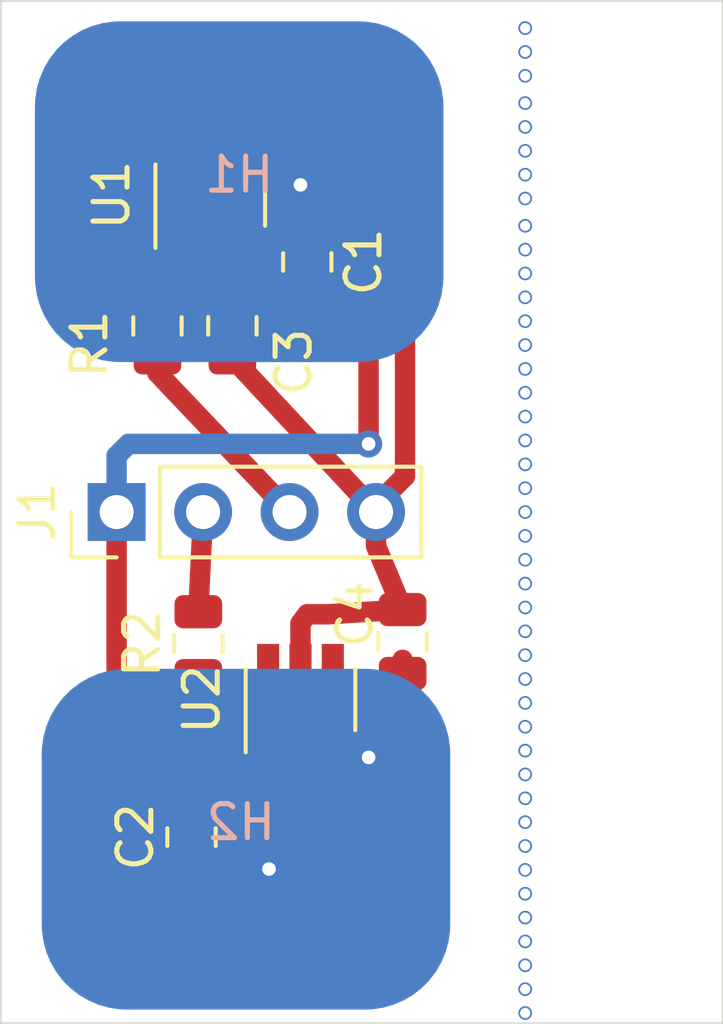
<source format=kicad_pcb>
(kicad_pcb (version 20171130) (host pcbnew 5.1.5+dfsg1-2build2)

  (general
    (thickness 1.6)
    (drawings 4)
    (tracks 95)
    (zones 0)
    (modules 11)
    (nets 13)
  )

  (page A4)
  (layers
    (0 F.Cu signal)
    (31 B.Cu signal)
    (32 B.Adhes user)
    (33 F.Adhes user)
    (34 B.Paste user)
    (35 F.Paste user)
    (36 B.SilkS user)
    (37 F.SilkS user)
    (38 B.Mask user)
    (39 F.Mask user)
    (40 Dwgs.User user)
    (41 Cmts.User user)
    (42 Eco1.User user)
    (43 Eco2.User user)
    (44 Edge.Cuts user)
    (45 Margin user)
    (46 B.CrtYd user)
    (47 F.CrtYd user)
    (48 B.Fab user)
    (49 F.Fab user hide)
  )

  (setup
    (last_trace_width 0.25)
    (user_trace_width 0.6)
    (trace_clearance 0.2)
    (zone_clearance 0.508)
    (zone_45_only no)
    (trace_min 0.2)
    (via_size 0.8)
    (via_drill 0.4)
    (via_min_size 0.4)
    (via_min_drill 0.3)
    (user_via 0.4 0.3)
    (uvia_size 0.3)
    (uvia_drill 0.1)
    (uvias_allowed no)
    (uvia_min_size 0.2)
    (uvia_min_drill 0.1)
    (edge_width 0.05)
    (segment_width 0.2)
    (pcb_text_width 0.3)
    (pcb_text_size 1.5 1.5)
    (mod_edge_width 0.12)
    (mod_text_size 1 1)
    (mod_text_width 0.15)
    (pad_size 12 10)
    (pad_drill 0)
    (pad_to_mask_clearance 0.051)
    (solder_mask_min_width 0.25)
    (aux_axis_origin 0 0)
    (visible_elements FFFFFF7F)
    (pcbplotparams
      (layerselection 0x010fc_ffffffff)
      (usegerberextensions false)
      (usegerberattributes false)
      (usegerberadvancedattributes false)
      (creategerberjobfile false)
      (excludeedgelayer true)
      (linewidth 0.100000)
      (plotframeref false)
      (viasonmask false)
      (mode 1)
      (useauxorigin false)
      (hpglpennumber 1)
      (hpglpenspeed 20)
      (hpglpendiameter 15.000000)
      (psnegative false)
      (psa4output false)
      (plotreference true)
      (plotvalue true)
      (plotinvisibletext false)
      (padsonsilk false)
      (subtractmaskfromsilk false)
      (outputformat 1)
      (mirror false)
      (drillshape 0)
      (scaleselection 1)
      (outputdirectory "gerber"))
  )

  (net 0 "")
  (net 1 GND)
  (net 2 "Net-(C1-Pad1)")
  (net 3 "Net-(C2-Pad1)")
  (net 4 VCC)
  (net 5 "Net-(J1-Pad2)")
  (net 6 "Net-(J1-Pad3)")
  (net 7 "Net-(R1-Pad1)")
  (net 8 "Net-(R2-Pad1)")
  (net 9 "Net-(U1-Pad4)")
  (net 10 "Net-(U1-Pad6)")
  (net 11 "Net-(U2-Pad6)")
  (net 12 "Net-(U2-Pad4)")

  (net_class Default "This is the default net class."
    (clearance 0.2)
    (trace_width 0.25)
    (via_dia 0.8)
    (via_drill 0.4)
    (uvia_dia 0.3)
    (uvia_drill 0.1)
    (add_net GND)
    (add_net "Net-(C1-Pad1)")
    (add_net "Net-(C2-Pad1)")
    (add_net "Net-(J1-Pad2)")
    (add_net "Net-(J1-Pad3)")
    (add_net "Net-(R1-Pad1)")
    (add_net "Net-(R2-Pad1)")
    (add_net "Net-(U1-Pad4)")
    (add_net "Net-(U1-Pad6)")
    (add_net "Net-(U2-Pad4)")
    (add_net "Net-(U2-Pad6)")
    (add_net VCC)
  )

  (module touch_sensors:touchpad (layer B.Cu) (tedit 60AE7B5C) (tstamp 5FEC9DA8)
    (at 101.8 28)
    (path /5FEC8D5A)
    (fp_text reference H1 (at 0 -0.5) (layer B.SilkS)
      (effects (font (size 1 1) (thickness 0.15)) (justify mirror))
    )
    (fp_text value MENU (at 0 0.5) (layer B.Fab)
      (effects (font (size 1 1) (thickness 0.15)) (justify mirror))
    )
    (pad 1 smd roundrect (at 0 0) (size 12 10) (layers B.Cu) (roundrect_rratio 0.25)
      (net 2 "Net-(C1-Pad1)"))
  )

  (module touch_sensors:touchpad (layer B.Cu) (tedit 60AE7BCA) (tstamp 5FEC9942)
    (at 101.85 47)
    (path /5FEC6A83)
    (fp_text reference H2 (at 0 -0.5) (layer B.SilkS)
      (effects (font (size 1 1) (thickness 0.15)) (justify mirror))
    )
    (fp_text value SELECT (at 0 0.5) (layer B.Fab)
      (effects (font (size 1 1) (thickness 0.15)) (justify mirror))
    )
    (pad 1 smd roundrect (at 0.15 0) (size 12 10) (layers B.Cu) (roundrect_rratio 0.25)
      (net 3 "Net-(C2-Pad1)"))
  )

  (module Capacitor_SMD:C_0805_2012Metric (layer F.Cu) (tedit 5B36C52B) (tstamp 5FEC9905)
    (at 103.8 30.0625 270)
    (descr "Capacitor SMD 0805 (2012 Metric), square (rectangular) end terminal, IPC_7351 nominal, (Body size source: https://docs.google.com/spreadsheets/d/1BsfQQcO9C6DZCsRaXUlFlo91Tg2WpOkGARC1WS5S8t0/edit?usp=sharing), generated with kicad-footprint-generator")
    (tags capacitor)
    (path /5FEC4F81)
    (attr smd)
    (fp_text reference C1 (at 0 -1.65 90) (layer F.SilkS)
      (effects (font (size 1 1) (thickness 0.15)))
    )
    (fp_text value 11pF (at 0 1.65 90) (layer F.Fab)
      (effects (font (size 1 1) (thickness 0.15)))
    )
    (fp_text user %R (at 0 0 90) (layer F.Fab)
      (effects (font (size 0.5 0.5) (thickness 0.08)))
    )
    (fp_line (start 1.68 0.95) (end -1.68 0.95) (layer F.CrtYd) (width 0.05))
    (fp_line (start 1.68 -0.95) (end 1.68 0.95) (layer F.CrtYd) (width 0.05))
    (fp_line (start -1.68 -0.95) (end 1.68 -0.95) (layer F.CrtYd) (width 0.05))
    (fp_line (start -1.68 0.95) (end -1.68 -0.95) (layer F.CrtYd) (width 0.05))
    (fp_line (start -0.258578 0.71) (end 0.258578 0.71) (layer F.SilkS) (width 0.12))
    (fp_line (start -0.258578 -0.71) (end 0.258578 -0.71) (layer F.SilkS) (width 0.12))
    (fp_line (start 1 0.6) (end -1 0.6) (layer F.Fab) (width 0.1))
    (fp_line (start 1 -0.6) (end 1 0.6) (layer F.Fab) (width 0.1))
    (fp_line (start -1 -0.6) (end 1 -0.6) (layer F.Fab) (width 0.1))
    (fp_line (start -1 0.6) (end -1 -0.6) (layer F.Fab) (width 0.1))
    (pad 2 smd roundrect (at 0.9375 0 270) (size 0.975 1.4) (layers F.Cu F.Paste F.Mask) (roundrect_rratio 0.25)
      (net 1 GND))
    (pad 1 smd roundrect (at -0.9375 0 270) (size 0.975 1.4) (layers F.Cu F.Paste F.Mask) (roundrect_rratio 0.25)
      (net 2 "Net-(C1-Pad1)"))
    (model ${KISYS3DMOD}/Capacitor_SMD.3dshapes/C_0805_2012Metric.wrl
      (at (xyz 0 0 0))
      (scale (xyz 1 1 1))
      (rotate (xyz 0 0 0))
    )
  )

  (module Capacitor_SMD:C_0805_2012Metric (layer F.Cu) (tedit 5B36C52B) (tstamp 5FEC9916)
    (at 100.4 46.9375 90)
    (descr "Capacitor SMD 0805 (2012 Metric), square (rectangular) end terminal, IPC_7351 nominal, (Body size source: https://docs.google.com/spreadsheets/d/1BsfQQcO9C6DZCsRaXUlFlo91Tg2WpOkGARC1WS5S8t0/edit?usp=sharing), generated with kicad-footprint-generator")
    (tags capacitor)
    (path /5FEC4A08)
    (attr smd)
    (fp_text reference C2 (at 0 -1.65 90) (layer F.SilkS)
      (effects (font (size 1 1) (thickness 0.15)))
    )
    (fp_text value 11pF (at 0 1.65 90) (layer F.Fab)
      (effects (font (size 1 1) (thickness 0.15)))
    )
    (fp_line (start -1 0.6) (end -1 -0.6) (layer F.Fab) (width 0.1))
    (fp_line (start -1 -0.6) (end 1 -0.6) (layer F.Fab) (width 0.1))
    (fp_line (start 1 -0.6) (end 1 0.6) (layer F.Fab) (width 0.1))
    (fp_line (start 1 0.6) (end -1 0.6) (layer F.Fab) (width 0.1))
    (fp_line (start -0.258578 -0.71) (end 0.258578 -0.71) (layer F.SilkS) (width 0.12))
    (fp_line (start -0.258578 0.71) (end 0.258578 0.71) (layer F.SilkS) (width 0.12))
    (fp_line (start -1.68 0.95) (end -1.68 -0.95) (layer F.CrtYd) (width 0.05))
    (fp_line (start -1.68 -0.95) (end 1.68 -0.95) (layer F.CrtYd) (width 0.05))
    (fp_line (start 1.68 -0.95) (end 1.68 0.95) (layer F.CrtYd) (width 0.05))
    (fp_line (start 1.68 0.95) (end -1.68 0.95) (layer F.CrtYd) (width 0.05))
    (fp_text user %R (at 0 0 90) (layer F.Fab)
      (effects (font (size 0.5 0.5) (thickness 0.08)))
    )
    (pad 1 smd roundrect (at -0.9375 0 90) (size 0.975 1.4) (layers F.Cu F.Paste F.Mask) (roundrect_rratio 0.25)
      (net 3 "Net-(C2-Pad1)"))
    (pad 2 smd roundrect (at 0.9375 0 90) (size 0.975 1.4) (layers F.Cu F.Paste F.Mask) (roundrect_rratio 0.25)
      (net 1 GND))
    (model ${KISYS3DMOD}/Capacitor_SMD.3dshapes/C_0805_2012Metric.wrl
      (at (xyz 0 0 0))
      (scale (xyz 1 1 1))
      (rotate (xyz 0 0 0))
    )
  )

  (module Capacitor_SMD:C_0805_2012Metric (layer F.Cu) (tedit 5B36C52B) (tstamp 5FEC9927)
    (at 101.6 31.9375 90)
    (descr "Capacitor SMD 0805 (2012 Metric), square (rectangular) end terminal, IPC_7351 nominal, (Body size source: https://docs.google.com/spreadsheets/d/1BsfQQcO9C6DZCsRaXUlFlo91Tg2WpOkGARC1WS5S8t0/edit?usp=sharing), generated with kicad-footprint-generator")
    (tags capacitor)
    (path /5FEC6705)
    (attr smd)
    (fp_text reference C3 (at -1.0625 1.8 90) (layer F.SilkS)
      (effects (font (size 1 1) (thickness 0.15)))
    )
    (fp_text value .1uF (at 0 1.65 90) (layer F.Fab)
      (effects (font (size 1 1) (thickness 0.15)))
    )
    (fp_line (start -1 0.6) (end -1 -0.6) (layer F.Fab) (width 0.1))
    (fp_line (start -1 -0.6) (end 1 -0.6) (layer F.Fab) (width 0.1))
    (fp_line (start 1 -0.6) (end 1 0.6) (layer F.Fab) (width 0.1))
    (fp_line (start 1 0.6) (end -1 0.6) (layer F.Fab) (width 0.1))
    (fp_line (start -0.258578 -0.71) (end 0.258578 -0.71) (layer F.SilkS) (width 0.12))
    (fp_line (start -0.258578 0.71) (end 0.258578 0.71) (layer F.SilkS) (width 0.12))
    (fp_line (start -1.68 0.95) (end -1.68 -0.95) (layer F.CrtYd) (width 0.05))
    (fp_line (start -1.68 -0.95) (end 1.68 -0.95) (layer F.CrtYd) (width 0.05))
    (fp_line (start 1.68 -0.95) (end 1.68 0.95) (layer F.CrtYd) (width 0.05))
    (fp_line (start 1.68 0.95) (end -1.68 0.95) (layer F.CrtYd) (width 0.05))
    (fp_text user %R (at 0 0 90) (layer F.Fab)
      (effects (font (size 0.5 0.5) (thickness 0.08)))
    )
    (pad 1 smd roundrect (at -0.9375 0 90) (size 0.975 1.4) (layers F.Cu F.Paste F.Mask) (roundrect_rratio 0.25)
      (net 4 VCC))
    (pad 2 smd roundrect (at 0.9375 0 90) (size 0.975 1.4) (layers F.Cu F.Paste F.Mask) (roundrect_rratio 0.25)
      (net 1 GND))
    (model ${KISYS3DMOD}/Capacitor_SMD.3dshapes/C_0805_2012Metric.wrl
      (at (xyz 0 0 0))
      (scale (xyz 1 1 1))
      (rotate (xyz 0 0 0))
    )
  )

  (module Capacitor_SMD:C_0805_2012Metric (layer F.Cu) (tedit 5B36C52B) (tstamp 5FEC9938)
    (at 106.6 41.2 270)
    (descr "Capacitor SMD 0805 (2012 Metric), square (rectangular) end terminal, IPC_7351 nominal, (Body size source: https://docs.google.com/spreadsheets/d/1BsfQQcO9C6DZCsRaXUlFlo91Tg2WpOkGARC1WS5S8t0/edit?usp=sharing), generated with kicad-footprint-generator")
    (tags capacitor)
    (path /5FEC75DB)
    (attr smd)
    (fp_text reference C4 (at -0.8 1.4 90) (layer F.SilkS)
      (effects (font (size 1 1) (thickness 0.15)))
    )
    (fp_text value .1uF (at 0 1.65 90) (layer F.Fab)
      (effects (font (size 1 1) (thickness 0.15)))
    )
    (fp_text user %R (at 0 0 90) (layer F.Fab)
      (effects (font (size 0.5 0.5) (thickness 0.08)))
    )
    (fp_line (start 1.68 0.95) (end -1.68 0.95) (layer F.CrtYd) (width 0.05))
    (fp_line (start 1.68 -0.95) (end 1.68 0.95) (layer F.CrtYd) (width 0.05))
    (fp_line (start -1.68 -0.95) (end 1.68 -0.95) (layer F.CrtYd) (width 0.05))
    (fp_line (start -1.68 0.95) (end -1.68 -0.95) (layer F.CrtYd) (width 0.05))
    (fp_line (start -0.258578 0.71) (end 0.258578 0.71) (layer F.SilkS) (width 0.12))
    (fp_line (start -0.258578 -0.71) (end 0.258578 -0.71) (layer F.SilkS) (width 0.12))
    (fp_line (start 1 0.6) (end -1 0.6) (layer F.Fab) (width 0.1))
    (fp_line (start 1 -0.6) (end 1 0.6) (layer F.Fab) (width 0.1))
    (fp_line (start -1 -0.6) (end 1 -0.6) (layer F.Fab) (width 0.1))
    (fp_line (start -1 0.6) (end -1 -0.6) (layer F.Fab) (width 0.1))
    (pad 2 smd roundrect (at 0.9375 0 270) (size 0.975 1.4) (layers F.Cu F.Paste F.Mask) (roundrect_rratio 0.25)
      (net 1 GND))
    (pad 1 smd roundrect (at -0.9375 0 270) (size 0.975 1.4) (layers F.Cu F.Paste F.Mask) (roundrect_rratio 0.25)
      (net 4 VCC))
    (model ${KISYS3DMOD}/Capacitor_SMD.3dshapes/C_0805_2012Metric.wrl
      (at (xyz 0 0 0))
      (scale (xyz 1 1 1))
      (rotate (xyz 0 0 0))
    )
  )

  (module Connector_PinHeader_2.54mm:PinHeader_1x04_P2.54mm_Vertical (layer F.Cu) (tedit 59FED5CC) (tstamp 5FEC995A)
    (at 98.2 37.4 90)
    (descr "Through hole straight pin header, 1x04, 2.54mm pitch, single row")
    (tags "Through hole pin header THT 1x04 2.54mm single row")
    (path /5FEC42FA)
    (fp_text reference J1 (at 0 -2.33 90) (layer F.SilkS)
      (effects (font (size 1 1) (thickness 0.15)))
    )
    (fp_text value Conn_01x04 (at 0 9.95 90) (layer F.Fab)
      (effects (font (size 1 1) (thickness 0.15)))
    )
    (fp_line (start -0.635 -1.27) (end 1.27 -1.27) (layer F.Fab) (width 0.1))
    (fp_line (start 1.27 -1.27) (end 1.27 8.89) (layer F.Fab) (width 0.1))
    (fp_line (start 1.27 8.89) (end -1.27 8.89) (layer F.Fab) (width 0.1))
    (fp_line (start -1.27 8.89) (end -1.27 -0.635) (layer F.Fab) (width 0.1))
    (fp_line (start -1.27 -0.635) (end -0.635 -1.27) (layer F.Fab) (width 0.1))
    (fp_line (start -1.33 8.95) (end 1.33 8.95) (layer F.SilkS) (width 0.12))
    (fp_line (start -1.33 1.27) (end -1.33 8.95) (layer F.SilkS) (width 0.12))
    (fp_line (start 1.33 1.27) (end 1.33 8.95) (layer F.SilkS) (width 0.12))
    (fp_line (start -1.33 1.27) (end 1.33 1.27) (layer F.SilkS) (width 0.12))
    (fp_line (start -1.33 0) (end -1.33 -1.33) (layer F.SilkS) (width 0.12))
    (fp_line (start -1.33 -1.33) (end 0 -1.33) (layer F.SilkS) (width 0.12))
    (fp_line (start -1.8 -1.8) (end -1.8 9.4) (layer F.CrtYd) (width 0.05))
    (fp_line (start -1.8 9.4) (end 1.8 9.4) (layer F.CrtYd) (width 0.05))
    (fp_line (start 1.8 9.4) (end 1.8 -1.8) (layer F.CrtYd) (width 0.05))
    (fp_line (start 1.8 -1.8) (end -1.8 -1.8) (layer F.CrtYd) (width 0.05))
    (fp_text user %R (at 0 3.81) (layer F.Fab)
      (effects (font (size 1 1) (thickness 0.15)))
    )
    (pad 1 thru_hole rect (at 0 0 90) (size 1.7 1.7) (drill 1) (layers *.Cu *.Mask)
      (net 1 GND))
    (pad 2 thru_hole oval (at 0 2.54 90) (size 1.7 1.7) (drill 1) (layers *.Cu *.Mask)
      (net 5 "Net-(J1-Pad2)"))
    (pad 3 thru_hole oval (at 0 5.08 90) (size 1.7 1.7) (drill 1) (layers *.Cu *.Mask)
      (net 6 "Net-(J1-Pad3)"))
    (pad 4 thru_hole oval (at 0 7.62 90) (size 1.7 1.7) (drill 1) (layers *.Cu *.Mask)
      (net 4 VCC))
    (model ${KISYS3DMOD}/Connector_PinHeader_2.54mm.3dshapes/PinHeader_1x04_P2.54mm_Vertical.wrl
      (at (xyz 0 0 0))
      (scale (xyz 1 1 1))
      (rotate (xyz 0 0 0))
    )
  )

  (module Resistor_SMD:R_0805_2012Metric (layer F.Cu) (tedit 5B36C52B) (tstamp 5FEC996B)
    (at 99.4 31.9375 270)
    (descr "Resistor SMD 0805 (2012 Metric), square (rectangular) end terminal, IPC_7351 nominal, (Body size source: https://docs.google.com/spreadsheets/d/1BsfQQcO9C6DZCsRaXUlFlo91Tg2WpOkGARC1WS5S8t0/edit?usp=sharing), generated with kicad-footprint-generator")
    (tags resistor)
    (path /5FEC7E3D)
    (attr smd)
    (fp_text reference R1 (at 0.5375 2 90) (layer F.SilkS)
      (effects (font (size 1 1) (thickness 0.15)))
    )
    (fp_text value 2k (at 0 1.65 90) (layer F.Fab)
      (effects (font (size 1 1) (thickness 0.15)))
    )
    (fp_line (start -1 0.6) (end -1 -0.6) (layer F.Fab) (width 0.1))
    (fp_line (start -1 -0.6) (end 1 -0.6) (layer F.Fab) (width 0.1))
    (fp_line (start 1 -0.6) (end 1 0.6) (layer F.Fab) (width 0.1))
    (fp_line (start 1 0.6) (end -1 0.6) (layer F.Fab) (width 0.1))
    (fp_line (start -0.258578 -0.71) (end 0.258578 -0.71) (layer F.SilkS) (width 0.12))
    (fp_line (start -0.258578 0.71) (end 0.258578 0.71) (layer F.SilkS) (width 0.12))
    (fp_line (start -1.68 0.95) (end -1.68 -0.95) (layer F.CrtYd) (width 0.05))
    (fp_line (start -1.68 -0.95) (end 1.68 -0.95) (layer F.CrtYd) (width 0.05))
    (fp_line (start 1.68 -0.95) (end 1.68 0.95) (layer F.CrtYd) (width 0.05))
    (fp_line (start 1.68 0.95) (end -1.68 0.95) (layer F.CrtYd) (width 0.05))
    (fp_text user %R (at 0 0 90) (layer F.Fab)
      (effects (font (size 0.5 0.5) (thickness 0.08)))
    )
    (pad 1 smd roundrect (at -0.9375 0 270) (size 0.975 1.4) (layers F.Cu F.Paste F.Mask) (roundrect_rratio 0.25)
      (net 7 "Net-(R1-Pad1)"))
    (pad 2 smd roundrect (at 0.9375 0 270) (size 0.975 1.4) (layers F.Cu F.Paste F.Mask) (roundrect_rratio 0.25)
      (net 6 "Net-(J1-Pad3)"))
    (model ${KISYS3DMOD}/Resistor_SMD.3dshapes/R_0805_2012Metric.wrl
      (at (xyz 0 0 0))
      (scale (xyz 1 1 1))
      (rotate (xyz 0 0 0))
    )
  )

  (module Resistor_SMD:R_0805_2012Metric (layer F.Cu) (tedit 5B36C52B) (tstamp 5FEC997C)
    (at 100.6 41.2625 90)
    (descr "Resistor SMD 0805 (2012 Metric), square (rectangular) end terminal, IPC_7351 nominal, (Body size source: https://docs.google.com/spreadsheets/d/1BsfQQcO9C6DZCsRaXUlFlo91Tg2WpOkGARC1WS5S8t0/edit?usp=sharing), generated with kicad-footprint-generator")
    (tags resistor)
    (path /5FEC90A8)
    (attr smd)
    (fp_text reference R2 (at 0 -1.65 90) (layer F.SilkS)
      (effects (font (size 1 1) (thickness 0.15)))
    )
    (fp_text value 2k (at 0 1.65 90) (layer F.Fab)
      (effects (font (size 1 1) (thickness 0.15)))
    )
    (fp_text user %R (at 0 0 90) (layer F.Fab)
      (effects (font (size 0.5 0.5) (thickness 0.08)))
    )
    (fp_line (start 1.68 0.95) (end -1.68 0.95) (layer F.CrtYd) (width 0.05))
    (fp_line (start 1.68 -0.95) (end 1.68 0.95) (layer F.CrtYd) (width 0.05))
    (fp_line (start -1.68 -0.95) (end 1.68 -0.95) (layer F.CrtYd) (width 0.05))
    (fp_line (start -1.68 0.95) (end -1.68 -0.95) (layer F.CrtYd) (width 0.05))
    (fp_line (start -0.258578 0.71) (end 0.258578 0.71) (layer F.SilkS) (width 0.12))
    (fp_line (start -0.258578 -0.71) (end 0.258578 -0.71) (layer F.SilkS) (width 0.12))
    (fp_line (start 1 0.6) (end -1 0.6) (layer F.Fab) (width 0.1))
    (fp_line (start 1 -0.6) (end 1 0.6) (layer F.Fab) (width 0.1))
    (fp_line (start -1 -0.6) (end 1 -0.6) (layer F.Fab) (width 0.1))
    (fp_line (start -1 0.6) (end -1 -0.6) (layer F.Fab) (width 0.1))
    (pad 2 smd roundrect (at 0.9375 0 90) (size 0.975 1.4) (layers F.Cu F.Paste F.Mask) (roundrect_rratio 0.25)
      (net 5 "Net-(J1-Pad2)"))
    (pad 1 smd roundrect (at -0.9375 0 90) (size 0.975 1.4) (layers F.Cu F.Paste F.Mask) (roundrect_rratio 0.25)
      (net 8 "Net-(R2-Pad1)"))
    (model ${KISYS3DMOD}/Resistor_SMD.3dshapes/R_0805_2012Metric.wrl
      (at (xyz 0 0 0))
      (scale (xyz 1 1 1))
      (rotate (xyz 0 0 0))
    )
  )

  (module Package_TO_SOT_SMD:SOT-23-6 (layer F.Cu) (tedit 5A02FF57) (tstamp 5FEC9992)
    (at 100.95 28.1 90)
    (descr "6-pin SOT-23 package")
    (tags SOT-23-6)
    (path /5FEC3B6F)
    (attr smd)
    (fp_text reference U1 (at 0 -2.9 90) (layer F.SilkS)
      (effects (font (size 1 1) (thickness 0.15)))
    )
    (fp_text value TTP223 (at 0 2.9 90) (layer F.Fab)
      (effects (font (size 1 1) (thickness 0.15)))
    )
    (fp_text user %R (at 0 0) (layer F.Fab)
      (effects (font (size 0.5 0.5) (thickness 0.075)))
    )
    (fp_line (start -0.9 1.61) (end 0.9 1.61) (layer F.SilkS) (width 0.12))
    (fp_line (start 0.9 -1.61) (end -1.55 -1.61) (layer F.SilkS) (width 0.12))
    (fp_line (start 1.9 -1.8) (end -1.9 -1.8) (layer F.CrtYd) (width 0.05))
    (fp_line (start 1.9 1.8) (end 1.9 -1.8) (layer F.CrtYd) (width 0.05))
    (fp_line (start -1.9 1.8) (end 1.9 1.8) (layer F.CrtYd) (width 0.05))
    (fp_line (start -1.9 -1.8) (end -1.9 1.8) (layer F.CrtYd) (width 0.05))
    (fp_line (start -0.9 -0.9) (end -0.25 -1.55) (layer F.Fab) (width 0.1))
    (fp_line (start 0.9 -1.55) (end -0.25 -1.55) (layer F.Fab) (width 0.1))
    (fp_line (start -0.9 -0.9) (end -0.9 1.55) (layer F.Fab) (width 0.1))
    (fp_line (start 0.9 1.55) (end -0.9 1.55) (layer F.Fab) (width 0.1))
    (fp_line (start 0.9 -1.55) (end 0.9 1.55) (layer F.Fab) (width 0.1))
    (pad 1 smd rect (at -1.1 -0.95 90) (size 1.06 0.65) (layers F.Cu F.Paste F.Mask)
      (net 7 "Net-(R1-Pad1)"))
    (pad 2 smd rect (at -1.1 0 90) (size 1.06 0.65) (layers F.Cu F.Paste F.Mask)
      (net 1 GND))
    (pad 3 smd rect (at -1.1 0.95 90) (size 1.06 0.65) (layers F.Cu F.Paste F.Mask)
      (net 2 "Net-(C1-Pad1)"))
    (pad 4 smd rect (at 1.1 0.95 90) (size 1.06 0.65) (layers F.Cu F.Paste F.Mask)
      (net 9 "Net-(U1-Pad4)"))
    (pad 6 smd rect (at 1.1 -0.95 90) (size 1.06 0.65) (layers F.Cu F.Paste F.Mask)
      (net 10 "Net-(U1-Pad6)"))
    (pad 5 smd rect (at 1.1 0 90) (size 1.06 0.65) (layers F.Cu F.Paste F.Mask)
      (net 4 VCC))
    (model ${KISYS3DMOD}/Package_TO_SOT_SMD.3dshapes/SOT-23-6.wrl
      (at (xyz 0 0 0))
      (scale (xyz 1 1 1))
      (rotate (xyz 0 0 0))
    )
  )

  (module Package_TO_SOT_SMD:SOT-23-6 (layer F.Cu) (tedit 5A02FF57) (tstamp 5FEC99A8)
    (at 103.6 42.9 90)
    (descr "6-pin SOT-23 package")
    (tags SOT-23-6)
    (path /5FEC3EF9)
    (attr smd)
    (fp_text reference U2 (at 0 -2.9 90) (layer F.SilkS)
      (effects (font (size 1 1) (thickness 0.15)))
    )
    (fp_text value TTP223 (at 0 2.9 90) (layer F.Fab)
      (effects (font (size 1 1) (thickness 0.15)))
    )
    (fp_line (start 0.9 -1.55) (end 0.9 1.55) (layer F.Fab) (width 0.1))
    (fp_line (start 0.9 1.55) (end -0.9 1.55) (layer F.Fab) (width 0.1))
    (fp_line (start -0.9 -0.9) (end -0.9 1.55) (layer F.Fab) (width 0.1))
    (fp_line (start 0.9 -1.55) (end -0.25 -1.55) (layer F.Fab) (width 0.1))
    (fp_line (start -0.9 -0.9) (end -0.25 -1.55) (layer F.Fab) (width 0.1))
    (fp_line (start -1.9 -1.8) (end -1.9 1.8) (layer F.CrtYd) (width 0.05))
    (fp_line (start -1.9 1.8) (end 1.9 1.8) (layer F.CrtYd) (width 0.05))
    (fp_line (start 1.9 1.8) (end 1.9 -1.8) (layer F.CrtYd) (width 0.05))
    (fp_line (start 1.9 -1.8) (end -1.9 -1.8) (layer F.CrtYd) (width 0.05))
    (fp_line (start 0.9 -1.61) (end -1.55 -1.61) (layer F.SilkS) (width 0.12))
    (fp_line (start -0.9 1.61) (end 0.9 1.61) (layer F.SilkS) (width 0.12))
    (fp_text user %R (at 0 0) (layer F.Fab)
      (effects (font (size 0.5 0.5) (thickness 0.075)))
    )
    (pad 5 smd rect (at 1.1 0 90) (size 1.06 0.65) (layers F.Cu F.Paste F.Mask)
      (net 4 VCC))
    (pad 6 smd rect (at 1.1 -0.95 90) (size 1.06 0.65) (layers F.Cu F.Paste F.Mask)
      (net 11 "Net-(U2-Pad6)"))
    (pad 4 smd rect (at 1.1 0.95 90) (size 1.06 0.65) (layers F.Cu F.Paste F.Mask)
      (net 12 "Net-(U2-Pad4)"))
    (pad 3 smd rect (at -1.1 0.95 90) (size 1.06 0.65) (layers F.Cu F.Paste F.Mask)
      (net 3 "Net-(C2-Pad1)"))
    (pad 2 smd rect (at -1.1 0 90) (size 1.06 0.65) (layers F.Cu F.Paste F.Mask)
      (net 1 GND))
    (pad 1 smd rect (at -1.1 -0.95 90) (size 1.06 0.65) (layers F.Cu F.Paste F.Mask)
      (net 8 "Net-(R2-Pad1)"))
    (model ${KISYS3DMOD}/Package_TO_SOT_SMD.3dshapes/SOT-23-6.wrl
      (at (xyz 0 0 0))
      (scale (xyz 1 1 1))
      (rotate (xyz 0 0 0))
    )
  )

  (gr_line (start 94.8 52.4) (end 94.8 22.4) (layer Edge.Cuts) (width 0.05) (tstamp 5FECAB0A))
  (gr_line (start 116 52.4) (end 94.8 52.4) (layer Edge.Cuts) (width 0.05))
  (gr_line (start 116 22.4) (end 116 52.4) (layer Edge.Cuts) (width 0.05))
  (gr_line (start 94.8 22.4) (end 116 22.4) (layer Edge.Cuts) (width 0.05))

  (via (at 110.2 49.3) (size 0.4) (drill 0.3) (layers F.Cu B.Cu) (net 0))
  (via (at 110.2 48.6) (size 0.4) (drill 0.3) (layers F.Cu B.Cu) (net 0))
  (via (at 110.2 47.9) (size 0.4) (drill 0.3) (layers F.Cu B.Cu) (net 0))
  (via (at 110.2 47.2) (size 0.4) (drill 0.3) (layers F.Cu B.Cu) (net 0))
  (via (at 110.2 46.5) (size 0.4) (drill 0.3) (layers F.Cu B.Cu) (net 0))
  (via (at 110.2 45.8) (size 0.4) (drill 0.3) (layers F.Cu B.Cu) (net 0))
  (via (at 110.2 45.1) (size 0.4) (drill 0.3) (layers F.Cu B.Cu) (net 0) (tstamp 605E3574))
  (via (at 110.2 44.4) (size 0.4) (drill 0.3) (layers F.Cu B.Cu) (net 0))
  (via (at 110.2 43.7) (size 0.4) (drill 0.3) (layers F.Cu B.Cu) (net 0))
  (via (at 110.2 43) (size 0.4) (drill 0.3) (layers F.Cu B.Cu) (net 0))
  (via (at 110.2 42.3) (size 0.4) (drill 0.3) (layers F.Cu B.Cu) (net 0) (tstamp 605E3586))
  (via (at 110.2 38.1) (size 0.4) (drill 0.3) (layers F.Cu B.Cu) (net 0) (tstamp 605E3587))
  (via (at 110.2 37.4) (size 0.4) (drill 0.3) (layers F.Cu B.Cu) (net 0) (tstamp 605E3588))
  (via (at 110.2 36.7) (size 0.4) (drill 0.3) (layers F.Cu B.Cu) (net 0) (tstamp 605E3589))
  (via (at 110.2 36) (size 0.4) (drill 0.3) (layers F.Cu B.Cu) (net 0) (tstamp 605E358A))
  (via (at 110.2 41.6) (size 0.4) (drill 0.3) (layers F.Cu B.Cu) (net 0) (tstamp 605E358B))
  (via (at 110.2 40.9) (size 0.4) (drill 0.3) (layers F.Cu B.Cu) (net 0) (tstamp 605E358C))
  (via (at 110.2 40.2) (size 0.4) (drill 0.3) (layers F.Cu B.Cu) (net 0) (tstamp 605E358D))
  (via (at 110.2 39.5) (size 0.4) (drill 0.3) (layers F.Cu B.Cu) (net 0) (tstamp 605E358E))
  (via (at 110.2 38.8) (size 0.4) (drill 0.3) (layers F.Cu B.Cu) (net 0) (tstamp 605E358F))
  (via (at 110.2 29) (size 0.4) (drill 0.3) (layers F.Cu B.Cu) (net 0) (tstamp 605E359A))
  (via (at 110.2 34.6) (size 0.4) (drill 0.3) (layers F.Cu B.Cu) (net 0) (tstamp 605E359B))
  (via (at 110.2 33.9) (size 0.4) (drill 0.3) (layers F.Cu B.Cu) (net 0) (tstamp 605E359C))
  (via (at 110.2 29.7) (size 0.4) (drill 0.3) (layers F.Cu B.Cu) (net 0) (tstamp 605E359D))
  (via (at 110.2 30.4) (size 0.4) (drill 0.3) (layers F.Cu B.Cu) (net 0) (tstamp 605E359E))
  (via (at 110.2 31.1) (size 0.4) (drill 0.3) (layers F.Cu B.Cu) (net 0) (tstamp 605E359F))
  (via (at 110.2 31.8) (size 0.4) (drill 0.3) (layers F.Cu B.Cu) (net 0) (tstamp 605E35A0))
  (via (at 110.2 35.3) (size 0.4) (drill 0.3) (layers F.Cu B.Cu) (net 0) (tstamp 605E35A1))
  (via (at 110.2 33.2) (size 0.4) (drill 0.3) (layers F.Cu B.Cu) (net 0) (tstamp 605E35A2))
  (via (at 110.2 32.5) (size 0.4) (drill 0.3) (layers F.Cu B.Cu) (net 0) (tstamp 605E35A3))
  (via (at 110.2 26.1) (size 0.4) (drill 0.3) (layers F.Cu B.Cu) (net 0) (tstamp 605E35AF))
  (via (at 110.2 25.4) (size 0.4) (drill 0.3) (layers F.Cu B.Cu) (net 0) (tstamp 605E35B0))
  (via (at 110.2 26.8) (size 0.4) (drill 0.3) (layers F.Cu B.Cu) (net 0) (tstamp 605E35B1))
  (via (at 110.2 27.5) (size 0.4) (drill 0.3) (layers F.Cu B.Cu) (net 0) (tstamp 605E35B2))
  (via (at 110.2 28.2) (size 0.4) (drill 0.3) (layers F.Cu B.Cu) (net 0) (tstamp 605E35B3))
  (via (at 110.2 23.9) (size 0.4) (drill 0.3) (layers F.Cu B.Cu) (net 0) (tstamp 605E35BA))
  (via (at 110.2 24.6) (size 0.4) (drill 0.3) (layers F.Cu B.Cu) (net 0) (tstamp 605E35BC))
  (via (at 110.2 50) (size 0.4) (drill 0.3) (layers F.Cu B.Cu) (net 0) (tstamp 605E35C2))
  (via (at 110.2 23.2) (size 0.4) (drill 0.3) (layers F.Cu B.Cu) (net 0) (tstamp 605E370D))
  (via (at 110.2 52.1) (size 0.4) (drill 0.3) (layers F.Cu B.Cu) (net 0) (tstamp 605E371D))
  (via (at 110.2 51.4) (size 0.4) (drill 0.3) (layers F.Cu B.Cu) (net 0) (tstamp 605E371E))
  (via (at 110.2 50.7) (size 0.4) (drill 0.3) (layers F.Cu B.Cu) (net 0) (tstamp 605E371F))
  (segment (start 106.6 45.8) (end 106.6 41.7375) (width 0.6) (layer F.Cu) (net 1))
  (segment (start 106.4 46) (end 106.6 45.8) (width 0.6) (layer F.Cu) (net 1))
  (segment (start 103.6 45.13) (end 104.47 46) (width 0.6) (layer F.Cu) (net 1))
  (segment (start 103.6 44) (end 103.6 45.13) (width 0.6) (layer F.Cu) (net 1))
  (segment (start 105 46) (end 106.4 46) (width 0.6) (layer F.Cu) (net 1))
  (segment (start 104.47 46) (end 105 46) (width 0.6) (layer F.Cu) (net 1))
  (segment (start 100.95 30.35) (end 101.6 31) (width 0.6) (layer F.Cu) (net 1))
  (segment (start 100.95 29.2) (end 100.95 30.35) (width 0.6) (layer F.Cu) (net 1))
  (segment (start 101.6 31) (end 103.8 31) (width 0.6) (layer F.Cu) (net 1))
  (via (at 105.6 35.4) (size 0.8) (drill 0.4) (layers F.Cu B.Cu) (net 1))
  (segment (start 105.6 32.8) (end 103.8 31) (width 0.6) (layer F.Cu) (net 1))
  (segment (start 105.6 35.4) (end 105.6 32.8) (width 0.6) (layer F.Cu) (net 1))
  (segment (start 100 46) (end 105 46) (width 0.6) (layer F.Cu) (net 1))
  (segment (start 98.2 44.2) (end 100 46) (width 0.6) (layer F.Cu) (net 1))
  (segment (start 98.2 37.4) (end 98.2 44.2) (width 0.6) (layer F.Cu) (net 1))
  (segment (start 98.55 35.4) (end 105.6 35.4) (width 0.6) (layer B.Cu) (net 1))
  (segment (start 98.2 35.75) (end 98.55 35.4) (width 0.6) (layer B.Cu) (net 1))
  (segment (start 98.2 37.4) (end 98.2 35.75) (width 0.6) (layer B.Cu) (net 1))
  (segment (start 103.725 29.2) (end 103.8 29.125) (width 0.6) (layer F.Cu) (net 2))
  (segment (start 101.9 29.2) (end 103.725 29.2) (width 0.6) (layer F.Cu) (net 2))
  (segment (start 103.8 29.125) (end 103.8 28) (width 0.6) (layer F.Cu) (net 2))
  (segment (start 103.8 28) (end 103.6 27.8) (width 0.6) (layer F.Cu) (net 2))
  (segment (start 103.6 27.8) (end 103.6 27.8) (width 0.6) (layer F.Cu) (net 2) (tstamp 5FF0CE6E))
  (via (at 103.6 27.8) (size 0.8) (drill 0.4) (layers F.Cu B.Cu) (net 2))
  (segment (start 104.55 44) (end 105 44) (width 0.6) (layer F.Cu) (net 3))
  (segment (start 105 44) (end 105.4 44.4) (width 0.6) (layer F.Cu) (net 3))
  (segment (start 105.4 44.4) (end 105.6 44.6) (width 0.6) (layer F.Cu) (net 3))
  (via (at 105.6 44.6) (size 0.8) (drill 0.4) (layers F.Cu B.Cu) (net 3))
  (segment (start 100.4 47.875) (end 102.675 47.875) (width 0.6) (layer F.Cu) (net 3))
  (via (at 102.675 47.875) (size 0.8) (drill 0.4) (layers F.Cu B.Cu) (net 3))
  (segment (start 106.669999 36.350001) (end 106.669999 28.469999) (width 0.6) (layer F.Cu) (net 4))
  (segment (start 105.82 37.2) (end 106.669999 36.350001) (width 0.6) (layer F.Cu) (net 4))
  (segment (start 106.669999 28.469999) (end 103.4 25.2) (width 0.6) (layer F.Cu) (net 4))
  (segment (start 103.4 25.2) (end 101.6 25.2) (width 0.6) (layer F.Cu) (net 4))
  (segment (start 100.95 25.85) (end 100.95 27) (width 0.6) (layer F.Cu) (net 4))
  (segment (start 101.6 25.2) (end 100.95 25.85) (width 0.6) (layer F.Cu) (net 4))
  (segment (start 103.6 40.67) (end 103.6 41.8) (width 0.6) (layer F.Cu) (net 4))
  (segment (start 103.8 40.4) (end 103.6 40.67) (width 0.6) (layer F.Cu) (net 4))
  (segment (start 104.4 40.4) (end 103.8 40.4) (width 0.6) (layer F.Cu) (net 4))
  (segment (start 106.6 40.2625) (end 104.4 40.4) (width 0.6) (layer F.Cu) (net 4))
  (segment (start 105.82 37.4) (end 105.82 37.2) (width 0.6) (layer F.Cu) (net 4))
  (segment (start 101.6 32.875) (end 105.82 37.4) (width 0.6) (layer F.Cu) (net 4))
  (segment (start 105.82 38.4) (end 106.6 40.2625) (width 0.6) (layer F.Cu) (net 4))
  (segment (start 105.82 37.2) (end 105.82 38.4) (width 0.6) (layer F.Cu) (net 4))
  (segment (start 100.6 40.325) (end 100.6 40) (width 0.6) (layer F.Cu) (net 5))
  (segment (start 100.74 37.4) (end 100.6 40.325) (width 0.6) (layer F.Cu) (net 5))
  (segment (start 99.4 33.32) (end 103.28 37.4) (width 0.6) (layer F.Cu) (net 6))
  (segment (start 99.4 32.875) (end 99.4 33.32) (width 0.6) (layer F.Cu) (net 6))
  (segment (start 99.4 29.8) (end 100 29.2) (width 0.6) (layer F.Cu) (net 7))
  (segment (start 99.4 31) (end 99.4 29.8) (width 0.6) (layer F.Cu) (net 7))
  (segment (start 101.4 44) (end 102.65 44) (width 0.6) (layer F.Cu) (net 8))
  (segment (start 100.6 43.2) (end 101.4 44) (width 0.6) (layer F.Cu) (net 8))
  (segment (start 100.6 42.2) (end 100.6 43.2) (width 0.6) (layer F.Cu) (net 8))

)

</source>
